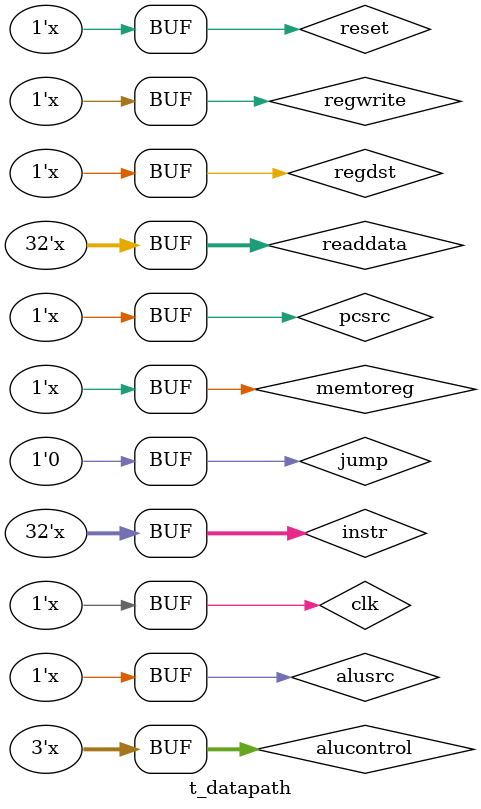
<source format=v>
`timescale 1ns / 1ps

module t_datapath( );
  reg clk, reset, memtoreg, pcsrc, alusrc, regdst, regwrite, jump;
  reg [2:0] alucontrol;
  reg [31:0] instr;
  reg [31:0] readdata;
  wire zero;
  wire [31:0] pc, aluout, writedata;
  
  datapath test(clk, reset, memtoreg, pcsrc, alusrc, regdst, regwrite, jump, alucontrol, zero, pc, instr, aluout, writedata, readdata);
  
  initial begin
    clk = 0;
    reset = 0;
    memtoreg = 0;
    pcsrc = 0;
    alusrc = 0;
    regdst = 0;
    regwrite = 0;
    jump = 0;
    alucontrol = 0;
    instr = 0;
    readdata = 'h12344321;
  end
  always begin
    #5 clk = ~clk;
  end
  always begin
    #10
    memtoreg = ~memtoreg;
    #15
    pcsrc = ~pcsrc;
    #10 alusrc= ~alusrc;
    #15 regdst = ~regdst;
    #10 regwrite = ~regwrite;
    #10 alucontrol = alucontrol + 1;
        instr = instr + 2;
    #20 readdata = readdata + 8;
    #200 reset = ~reset;
  end
endmodule

</source>
